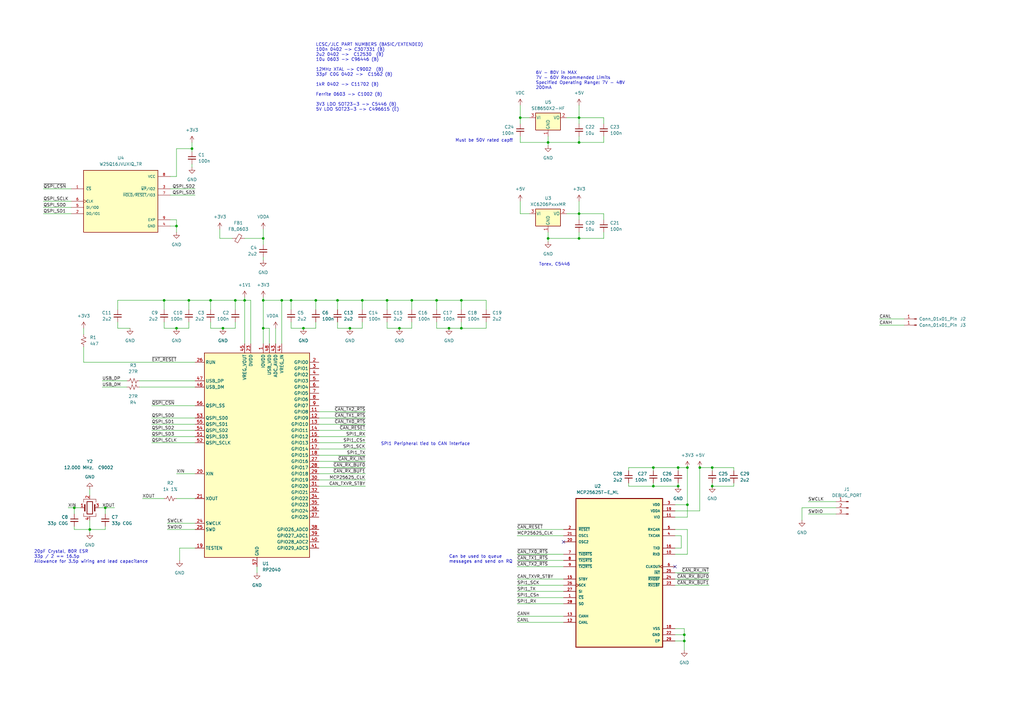
<source format=kicad_sch>
(kicad_sch (version 20230121) (generator eeschema)
  (paper "A3")
  (lib_symbols
    (symbol "Connector:Conn_01x01_Pin" (pin_names (offset 1.016) hide)
      (property "Reference" "J" (at 0 2.54 0))
      (property "Value" "Conn_01x01_Pin" (at 0 -2.54 0))
      (symbol "Conn_01x01_Pin_1_1"
        (polyline (pts (xy 1.27 0) (xy 0.8636 0)) (stroke (width 0.1524)))
        (rectangle (start 0.8636 0.127) (end 0 -0.127) (stroke (width 0.1524)) (fill (type outline)))
        (pin passive line (at 5.08 0 180) (length 3.81) (name "Pin_1") (number "1"))
      )
    )
    (symbol "Connector:Conn_01x03_Pin" (pin_names (offset 1.016) hide)
      (property "Reference" "J" (at 0 5.08 0))
      (property "Value" "Conn_01x03_Pin" (at 0 -5.08 0))
      (symbol "Conn_01x03_Pin_1_1"
        (polyline (pts (xy 1.27 -2.54) (xy 0.8636 -2.54)) (stroke (width 0.1524)))
        (polyline (pts (xy 1.27 0) (xy 0.8636 0)) (stroke (width 0.1524)))
        (polyline (pts (xy 1.27 2.54) (xy 0.8636 2.54)) (stroke (width 0.1524)))
        (rectangle (start 0.8636 -2.413) (end 0 -2.667) (stroke (width 0.1524)) (fill (type outline)))
        (rectangle (start 0.8636 0.127) (end 0 -0.127) (stroke (width 0.1524)) (fill (type outline)))
        (rectangle (start 0.8636 2.667) (end 0 2.413) (stroke (width 0.1524)) (fill (type outline)))
        (pin passive line (at 5.08 2.54 180) (length 3.81) (name "Pin_1") (number "1"))
        (pin passive line (at 5.08 0 180) (length 3.81) (name "Pin_2") (number "2"))
        (pin passive line (at 5.08 -2.54 180) (length 3.81) (name "Pin_3") (number "3"))
      )
    )
    (symbol "Device:C_Small" (pin_numbers hide) (pin_names (offset 0.254) hide)
      (property "Reference" "C" (at 0.254 1.778 0))
      (property "Value" "C_Small" (at 0.254 -2.032 0))
      (symbol "C_Small_0_1"
        (polyline (pts (xy -1.524 -0.508) (xy 1.524 -0.508)) (stroke (width 0.3302)))
        (polyline (pts (xy -1.524 0.508) (xy 1.524 0.508)) (stroke (width 0.3048)))
      )
      (symbol "C_Small_1_1"
        (pin passive line (at 0 2.54 270) (length 2.032) (name "~") (number "1"))
        (pin passive line (at 0 -2.54 90) (length 2.032) (name "~") (number "2"))
      )
    )
    (symbol "Device:Crystal_GND24" (pin_names (offset 1.016) hide)
      (property "Reference" "Y" (at 3.175 5.08 0))
      (property "Value" "Crystal_GND24" (at 3.175 3.175 0))
      (symbol "Crystal_GND24_0_1"
        (rectangle (start -1.143 2.54) (end 1.143 -2.54) (stroke (width 0.3048)))
        (polyline (pts (xy -2.54 0) (xy -2.032 0)))
        (polyline (pts (xy -2.032 -1.27) (xy -2.032 1.27)) (stroke (width 0.508)))
        (polyline (pts (xy 0 -3.81) (xy 0 -3.556)))
        (polyline (pts (xy 0 3.556) (xy 0 3.81)))
        (polyline (pts (xy 2.032 -1.27) (xy 2.032 1.27)) (stroke (width 0.508)))
        (polyline (pts (xy 2.032 0) (xy 2.54 0)))
        (polyline (pts (xy -2.54 -2.286) (xy -2.54 -3.556) (xy 2.54 -3.556) (xy 2.54 -2.286)))
        (polyline (pts (xy -2.54 2.286) (xy -2.54 3.556) (xy 2.54 3.556) (xy 2.54 2.286)))
      )
      (symbol "Crystal_GND24_1_1"
        (pin passive line (at -3.81 0 0) (length 1.27) (name "1") (number "1"))
        (pin passive line (at 0 5.08 270) (length 1.27) (name "2") (number "2"))
        (pin passive line (at 3.81 0 180) (length 1.27) (name "3") (number "3"))
        (pin passive line (at 0 -5.08 90) (length 1.27) (name "4") (number "4"))
      )
    )
    (symbol "Device:FerriteBead_Small" (pin_numbers hide) (pin_names (offset 0))
      (property "Reference" "FB" (at 1.905 1.27 0))
      (property "Value" "FerriteBead_Small" (at 1.905 -1.27 0))
      (symbol "FerriteBead_Small_0_1"
        (polyline (pts (xy 0 -1.27) (xy 0 -0.7874)))
        (polyline (pts (xy 0 0.889) (xy 0 1.2954)))
        (polyline (pts (xy -1.8288 0.2794) (xy -1.1176 1.4986) (xy 1.8288 -0.2032) (xy 1.1176 -1.4224) (xy -1.8288 0.2794)))
      )
      (symbol "FerriteBead_Small_1_1"
        (pin passive line (at 0 2.54 270) (length 1.27) (name "~") (number "1"))
        (pin passive line (at 0 -2.54 90) (length 1.27) (name "~") (number "2"))
      )
    )
    (symbol "Device:R_Small_US" (pin_numbers hide) (pin_names (offset 0.254) hide)
      (property "Reference" "R" (at 0.762 0.508 0))
      (property "Value" "R_Small_US" (at 0.762 -1.016 0))
      (symbol "R_Small_US_1_1"
        (polyline (pts (xy 0 0) (xy 1.016 -0.381) (xy 0 -0.762) (xy -1.016 -1.143) (xy 0 -1.524)))
        (polyline (pts (xy 0 1.524) (xy 1.016 1.143) (xy 0 0.762) (xy -1.016 0.381) (xy 0 0)))
        (pin passive line (at 0 2.54 270) (length 1.016) (name "~") (number "1"))
        (pin passive line (at 0 -2.54 90) (length 1.016) (name "~") (number "2"))
      )
    )
    (symbol "ICDB_Curly:MCP25625T-E_ML" (pin_names (offset 1.016))
      (property "Reference" "U" (at -17.8334 31.5744 0))
      (property "Value" "MCP25625T-E_ML" (at -17.8412 -34.5986 0))
      (symbol "MCP25625T-E_ML_0_0"
        (rectangle (start -17.78 -30.48) (end 17.78 30.48) (stroke (width 0.41)) (fill (type background)))
        (pin input line (at -22.86 -10.16 0) (length 5.08) (name "~{CS}") (number "1"))
        (pin output line (at 22.86 7.62 180) (length 5.08) (name "RXD") (number "10"))
        (pin power_in line (at 22.86 22.86 180) (length 5.08) (name "VIO") (number "11"))
        (pin bidirectional line (at -22.86 -20.32 0) (length 5.08) (name "CANL") (number "12"))
        (pin bidirectional line (at -22.86 -17.78 0) (length 5.08) (name "CANH") (number "13"))
        (pin input line (at -22.86 -2.54 0) (length 5.08) (name "STBY") (number "15"))
        (pin input line (at 22.86 10.16 180) (length 5.08) (name "TXD") (number "16"))
        (pin power_in line (at 22.86 -22.86 180) (length 5.08) (name "VSS") (number "18"))
        (pin power_in line (at 22.86 25.4 180) (length 5.08) (name "VDDA") (number "19"))
        (pin input line (at -22.86 17.78 0) (length 5.08) (name "~{RESET}") (number "2"))
        (pin output line (at -22.86 12.7 0) (length 5.08) (name "OSC2") (number "20"))
        (pin input line (at -22.86 15.24 0) (length 5.08) (name "OSC1") (number "21"))
        (pin power_in line (at 22.86 -25.4 180) (length 5.08) (name "GND") (number "22"))
        (pin output line (at 22.86 -5.08 180) (length 5.08) (name "~{RX1BF}") (number "23"))
        (pin output line (at 22.86 -2.54 180) (length 5.08) (name "~{RX0BF}") (number "24"))
        (pin output line (at 22.86 0 180) (length 5.08) (name "~{INT}") (number "25"))
        (pin input clock (at -22.86 -5.08 0) (length 5.08) (name "SCK") (number "26"))
        (pin input line (at -22.86 -7.62 0) (length 5.08) (name "SI") (number "27"))
        (pin output line (at -22.86 -12.7 0) (length 5.08) (name "SO") (number "28"))
        (pin power_in line (at 22.86 -27.94 180) (length 5.08) (name "EP") (number "29"))
        (pin power_in line (at 22.86 27.94 180) (length 5.08) (name "VDD") (number "3"))
        (pin output line (at 22.86 15.24 180) (length 5.08) (name "TXCAN") (number "4"))
        (pin input line (at 22.86 17.78 180) (length 5.08) (name "RXCAN") (number "5"))
        (pin output clock (at 22.86 2.54 180) (length 5.08) (name "CLKOUT") (number "6"))
        (pin input line (at -22.86 7.62 0) (length 5.08) (name "~{TX0RTS}") (number "7"))
        (pin input line (at -22.86 5.08 0) (length 5.08) (name "~{TX1RTS}") (number "8"))
        (pin input line (at -22.86 2.54 0) (length 5.08) (name "~{TX2RTS}") (number "9"))
      )
    )
    (symbol "MCU_RaspberryPi:RP2040"
      (property "Reference" "U" (at 17.78 45.72 0))
      (property "Value" "RP2040" (at 17.78 43.18 0))
      (symbol "RP2040_0_1"
        (rectangle (start -21.59 41.91) (end 21.59 -41.91) (stroke (width 0.254)) (fill (type background)))
      )
      (symbol "RP2040_1_1"
        (pin power_in line (at 2.54 45.72 270) (length 3.81) (name "IOVDD") (number "1"))
        (pin passive line (at 2.54 45.72 270) (length 3.81) hide (name "IOVDD") (number "10"))
        (pin bidirectional line (at 25.4 17.78 180) (length 3.81) (name "GPIO8") (number "11"))
        (pin bidirectional line (at 25.4 15.24 180) (length 3.81) (name "GPIO9") (number "12"))
        (pin bidirectional line (at 25.4 12.7 180) (length 3.81) (name "GPIO10") (number "13"))
        (pin bidirectional line (at 25.4 10.16 180) (length 3.81) (name "GPIO11") (number "14"))
        (pin bidirectional line (at 25.4 7.62 180) (length 3.81) (name "GPIO12") (number "15"))
        (pin bidirectional line (at 25.4 5.08 180) (length 3.81) (name "GPIO13") (number "16"))
        (pin bidirectional line (at 25.4 2.54 180) (length 3.81) (name "GPIO14") (number "17"))
        (pin bidirectional line (at 25.4 0 180) (length 3.81) (name "GPIO15") (number "18"))
        (pin input line (at -25.4 -38.1 0) (length 3.81) (name "TESTEN") (number "19"))
        (pin bidirectional line (at 25.4 38.1 180) (length 3.81) (name "GPIO0") (number "2"))
        (pin input line (at -25.4 -7.62 0) (length 3.81) (name "XIN") (number "20"))
        (pin passive line (at -25.4 -17.78 0) (length 3.81) (name "XOUT") (number "21"))
        (pin passive line (at 2.54 45.72 270) (length 3.81) hide (name "IOVDD") (number "22"))
        (pin power_in line (at -2.54 45.72 270) (length 3.81) (name "DVDD") (number "23"))
        (pin input line (at -25.4 -27.94 0) (length 3.81) (name "SWCLK") (number "24"))
        (pin bidirectional line (at -25.4 -30.48 0) (length 3.81) (name "SWD") (number "25"))
        (pin input line (at -25.4 38.1 0) (length 3.81) (name "RUN") (number "26"))
        (pin bidirectional line (at 25.4 -2.54 180) (length 3.81) (name "GPIO16") (number "27"))
        (pin bidirectional line (at 25.4 -5.08 180) (length 3.81) (name "GPIO17") (number "28"))
        (pin bidirectional line (at 25.4 -7.62 180) (length 3.81) (name "GPIO18") (number "29"))
        (pin bidirectional line (at 25.4 35.56 180) (length 3.81) (name "GPIO1") (number "3"))
        (pin bidirectional line (at 25.4 -10.16 180) (length 3.81) (name "GPIO19") (number "30"))
        (pin bidirectional line (at 25.4 -12.7 180) (length 3.81) (name "GPIO20") (number "31"))
        (pin bidirectional line (at 25.4 -15.24 180) (length 3.81) (name "GPIO21") (number "32"))
        (pin passive line (at 2.54 45.72 270) (length 3.81) hide (name "IOVDD") (number "33"))
        (pin bidirectional line (at 25.4 -17.78 180) (length 3.81) (name "GPIO22") (number "34"))
        (pin bidirectional line (at 25.4 -20.32 180) (length 3.81) (name "GPIO23") (number "35"))
        (pin bidirectional line (at 25.4 -22.86 180) (length 3.81) (name "GPIO24") (number "36"))
        (pin bidirectional line (at 25.4 -25.4 180) (length 3.81) (name "GPIO25") (number "37"))
        (pin bidirectional line (at 25.4 -30.48 180) (length 3.81) (name "GPIO26_ADC0") (number "38"))
        (pin bidirectional line (at 25.4 -33.02 180) (length 3.81) (name "GPIO27_ADC1") (number "39"))
        (pin bidirectional line (at 25.4 33.02 180) (length 3.81) (name "GPIO2") (number "4"))
        (pin bidirectional line (at 25.4 -35.56 180) (length 3.81) (name "GPIO28_ADC2") (number "40"))
        (pin bidirectional line (at 25.4 -38.1 180) (length 3.81) (name "GPIO29_ADC3") (number "41"))
        (pin passive line (at 2.54 45.72 270) (length 3.81) hide (name "IOVDD") (number "42"))
        (pin power_in line (at 7.62 45.72 270) (length 3.81) (name "ADC_AVDD") (number "43"))
        (pin power_in line (at 10.16 45.72 270) (length 3.81) (name "VREG_IN") (number "44"))
        (pin power_out line (at -5.08 45.72 270) (length 3.81) (name "VREG_VOUT") (number "45"))
        (pin bidirectional line (at -25.4 27.94 0) (length 3.81) (name "USB_DM") (number "46"))
        (pin bidirectional line (at -25.4 30.48 0) (length 3.81) (name "USB_DP") (number "47"))
        (pin power_in line (at 5.08 45.72 270) (length 3.81) (name "USB_VDD") (number "48"))
        (pin passive line (at 2.54 45.72 270) (length 3.81) hide (name "IOVDD") (number "49"))
        (pin bidirectional line (at 25.4 30.48 180) (length 3.81) (name "GPIO3") (number "5"))
        (pin passive line (at -2.54 45.72 270) (length 3.81) hide (name "DVDD") (number "50"))
        (pin bidirectional line (at -25.4 7.62 0) (length 3.81) (name "QSPI_SD3") (number "51"))
        (pin output line (at -25.4 5.08 0) (length 3.81) (name "QSPI_SCLK") (number "52"))
        (pin bidirectional line (at -25.4 15.24 0) (length 3.81) (name "QSPI_SD0") (number "53"))
        (pin bidirectional line (at -25.4 10.16 0) (length 3.81) (name "QSPI_SD2") (number "54"))
        (pin bidirectional line (at -25.4 12.7 0) (length 3.81) (name "QSPI_SD1") (number "55"))
        (pin bidirectional line (at -25.4 20.32 0) (length 3.81) (name "QSPI_SS") (number "56"))
        (pin power_in line (at 0 -45.72 90) (length 3.81) (name "GND") (number "57"))
        (pin bidirectional line (at 25.4 27.94 180) (length 3.81) (name "GPIO4") (number "6"))
        (pin bidirectional line (at 25.4 25.4 180) (length 3.81) (name "GPIO5") (number "7"))
        (pin bidirectional line (at 25.4 22.86 180) (length 3.81) (name "GPIO6") (number "8"))
        (pin bidirectional line (at 25.4 20.32 180) (length 3.81) (name "GPIO7") (number "9"))
      )
    )
    (symbol "Regulator_Linear:XC6206PxxxMR" (pin_names (offset 0.254))
      (property "Reference" "U" (at -3.81 3.175 0))
      (property "Value" "XC6206PxxxMR" (at 0 3.175 0))
      (symbol "XC6206PxxxMR_0_1"
        (rectangle (start -5.08 1.905) (end 5.08 -5.08) (stroke (width 0.254)) (fill (type background)))
      )
      (symbol "XC6206PxxxMR_1_1"
        (pin power_in line (at 0 -7.62 90) (length 2.54) (name "GND") (number "1"))
        (pin power_out line (at 7.62 0 180) (length 2.54) (name "VO") (number "2"))
        (pin power_in line (at -7.62 0 0) (length 2.54) (name "VI") (number "3"))
      )
    )
    (symbol "W25Q16JVUXIQ_TR_1" (pin_names (offset 1.016))
      (property "Reference" "U" (at -15.24 15.24 0))
      (property "Value" "W25Q16JVUXIQ_TR" (at -15.24 -15.24 0))
      (symbol "W25Q16JVUXIQ_TR_1_0_0"
        (rectangle (start -15.24 -12.7) (end 15.24 12.7) (stroke (width 0.254)) (fill (type background)))
        (pin input line (at -20.32 5.08 0) (length 5.08) (name "~{CS}") (number "1"))
        (pin bidirectional line (at -20.32 -5.08 0) (length 5.08) (name "DO/IO1") (number "2"))
        (pin bidirectional line (at 20.32 5.08 180) (length 5.08) (name "~{WP}/IO2") (number "3"))
        (pin power_in line (at 20.32 -10.16 180) (length 5.08) (name "GND") (number "4"))
        (pin bidirectional line (at -20.32 -2.54 0) (length 5.08) (name "DI/IO0") (number "5"))
        (pin input clock (at -20.32 0 0) (length 5.08) (name "CLK") (number "6"))
        (pin bidirectional line (at 20.32 2.54 180) (length 5.08) (name "~{HOLD}/~{RESET}/IO3") (number "7"))
        (pin power_in line (at 20.32 10.16 180) (length 5.08) (name "VCC") (number "8"))
        (pin passive line (at 20.32 -7.62 180) (length 5.08) (name "EXP") (number "9"))
      )
    )
    (symbol "power:+1V1" (power) (pin_names (offset 0))
      (property "Value" "+1V1" (at 0 3.556 0))
      (symbol "+1V1_0_1"
        (polyline (pts (xy -0.762 1.27) (xy 0 2.54)))
        (polyline (pts (xy 0 0) (xy 0 2.54)))
        (polyline (pts (xy 0 2.54) (xy 0.762 1.27)))
      )
      (symbol "+1V1_1_1"
        (pin power_in line (at 0 0 90) (length 0) hide (name "+1V1") (number "1"))
      )
    )
    (symbol "power:+3V3" (power) (pin_names (offset 0))
      (property "Value" "+3V3" (at 0 3.556 0))
      (symbol "+3V3_0_1"
        (polyline (pts (xy -0.762 1.27) (xy 0 2.54)))
        (polyline (pts (xy 0 0) (xy 0 2.54)))
        (polyline (pts (xy 0 2.54) (xy 0.762 1.27)))
      )
      (symbol "+3V3_1_1"
        (pin power_in line (at 0 0 90) (length 0) hide (name "+3V3") (number "1"))
      )
    )
    (symbol "power:+5V" (power) (pin_names (offset 0))
      (property "Value" "+5V" (at 0 3.556 0))
      (symbol "+5V_0_1"
        (polyline (pts (xy -0.762 1.27) (xy 0 2.54)))
        (polyline (pts (xy 0 0) (xy 0 2.54)))
        (polyline (pts (xy 0 2.54) (xy 0.762 1.27)))
      )
      (symbol "+5V_1_1"
        (pin power_in line (at 0 0 90) (length 0) hide (name "+5V") (number "1"))
      )
    )
    (symbol "power:GND" (power) (pin_names (offset 0))
      (property "Value" "GND" (at 0 -3.81 0))
      (symbol "GND_0_1"
        (polyline (pts (xy 0 0) (xy 0 -1.27) (xy 1.27 -1.27) (xy 0 -2.54) (xy -1.27 -1.27) (xy 0 -1.27)))
      )
      (symbol "GND_1_1"
        (pin power_in line (at 0 0 270) (length 0) hide (name "GND") (number "1"))
      )
    )
    (symbol "power:VDC" (power) (pin_names (offset 0))
      (property "Value" "VDC" (at 0 6.35 0))
      (symbol "VDC_0_1"
        (polyline (pts (xy -0.762 1.27) (xy 0 2.54)))
        (polyline (pts (xy 0 0) (xy 0 2.54)))
        (polyline (pts (xy 0 2.54) (xy 0.762 1.27)))
      )
      (symbol "VDC_1_1"
        (pin power_in line (at 0 0 90) (length 0) hide (name "VDC") (number "1"))
      )
    )
    (symbol "power:VDDA" (power) (pin_names (offset 0))
      (property "Value" "VDDA" (at 0 3.81 0))
      (symbol "VDDA_0_1"
        (polyline (pts (xy -0.762 1.27) (xy 0 2.54)))
        (polyline (pts (xy 0 0) (xy 0 2.54)))
        (polyline (pts (xy 0 2.54) (xy 0.762 1.27)))
      )
      (symbol "VDDA_1_1"
        (pin power_in line (at 0 0 90) (length 0) hide (name "VDDA") (number "1"))
      )
    )
  )
  (junction (at 281.94 191.77))
  (junction (at 107.95 134.62))
  (junction (at 237.49 48.26))
  (junction (at 77.47 123.19))
  (junction (at 91.44 134.62))
  (junction (at 36.83 217.17))
  (junction (at 96.52 123.19))
  (junction (at 267.97 191.77))
  (junction (at 163.83 134.62))
  (junction (at 138.43 123.19))
  (junction (at 189.23 134.62))
  (junction (at 213.36 48.26))
  (junction (at 158.75 123.19))
  (junction (at 280.67 260.35))
  (junction (at 148.59 123.19))
  (junction (at 237.49 87.63))
  (junction (at 237.49 58.42))
  (junction (at 267.97 199.39))
  (junction (at 184.15 134.62))
  (junction (at 168.91 123.19))
  (junction (at 237.49 97.79))
  (junction (at 30.48 208.28))
  (junction (at 129.54 123.19))
  (junction (at 224.79 58.42))
  (junction (at 189.23 123.19))
  (junction (at 115.57 123.19))
  (junction (at 43.18 208.28))
  (junction (at 119.38 123.19))
  (junction (at 67.31 123.19))
  (junction (at 124.46 134.62))
  (junction (at 287.02 191.77))
  (junction (at 107.95 97.79))
  (junction (at 72.39 92.71))
  (junction (at 100.33 123.19))
  (junction (at 86.36 123.19))
  (junction (at 292.1 191.77))
  (junction (at 281.94 207.01))
  (junction (at 107.95 123.19))
  (junction (at 292.1 199.39))
  (junction (at 280.67 262.89))
  (junction (at 179.07 123.19))
  (junction (at 78.74 60.96))
  (junction (at 72.39 134.62))
  (junction (at 143.51 134.62))
  (junction (at 224.79 97.79))
  (junction (at 278.13 191.77))
  (junction (at 278.13 199.39))
  (no_connect (at 276.86 232.41))
  (no_connect (at 231.14 222.25))
  (wire (pts (xy 72.39 95.25) (xy 72.39 92.71)))
  (wire (pts (xy 96.52 123.19) (xy 100.33 123.19)))
  (wire (pts (xy 300.99 199.39) (xy 292.1 199.39)))
  (wire (pts (xy 247.65 58.42) (xy 247.65 55.88)))
  (wire (pts (xy 237.49 48.26) (xy 237.49 50.8)))
  (wire (pts (xy 184.15 134.62) (xy 189.23 134.62)))
  (wire (pts (xy 143.51 134.62) (xy 148.59 134.62)))
  (wire (pts (xy 360.68 133.35) (xy 370.84 133.35)))
  (wire (pts (xy 237.49 87.63) (xy 232.41 87.63)))
  (wire (pts (xy 267.97 191.77) (xy 278.13 191.77)))
  (wire (pts (xy 360.68 130.81) (xy 370.84 130.81)))
  (wire (pts (xy 287.02 191.77) (xy 287.02 209.55)))
  (wire (pts (xy 231.14 247.65) (xy 212.09 247.65)))
  (wire (pts (xy 276.86 227.33) (xy 281.94 227.33)))
  (wire (pts (xy 73.66 229.87) (xy 73.66 224.79)))
  (wire (pts (xy 292.1 193.04) (xy 292.1 191.77)))
  (wire (pts (xy 105.41 232.41) (xy 105.41 234.95)))
  (wire (pts (xy 72.39 92.71) (xy 72.39 90.17)))
  (wire (pts (xy 237.49 87.63) (xy 237.49 90.17)))
  (wire (pts (xy 276.86 260.35) (xy 280.67 260.35)))
  (wire (pts (xy 212.09 232.41) (xy 231.14 232.41)))
  (wire (pts (xy 72.39 134.62) (xy 67.31 134.62)))
  (wire (pts (xy 213.36 82.55) (xy 213.36 87.63)))
  (wire (pts (xy 224.79 97.79) (xy 224.79 99.06)))
  (wire (pts (xy 281.94 212.09) (xy 281.94 207.01)))
  (wire (pts (xy 212.09 252.73) (xy 231.14 252.73)))
  (wire (pts (xy 267.97 193.04) (xy 267.97 191.77)))
  (wire (pts (xy 189.23 134.62) (xy 199.39 134.62)))
  (wire (pts (xy 115.57 140.97) (xy 115.57 123.19)))
  (wire (pts (xy 57.15 156.21) (xy 80.01 156.21)))
  (wire (pts (xy 212.09 229.87) (xy 231.14 229.87)))
  (wire (pts (xy 231.14 240.03) (xy 212.09 240.03)))
  (wire (pts (xy 237.49 97.79) (xy 224.79 97.79)))
  (wire (pts (xy 213.36 87.63) (xy 217.17 87.63)))
  (wire (pts (xy 100.33 123.19) (xy 100.33 140.97)))
  (wire (pts (xy 237.49 95.25) (xy 237.49 97.79)))
  (wire (pts (xy 90.17 93.98) (xy 90.17 97.79)))
  (wire (pts (xy 100.33 121.92) (xy 100.33 123.19)))
  (wire (pts (xy 72.39 204.47) (xy 80.01 204.47)))
  (wire (pts (xy 43.18 208.28) (xy 46.99 208.28)))
  (wire (pts (xy 189.23 134.62) (xy 189.23 132.08)))
  (wire (pts (xy 247.65 48.26) (xy 237.49 48.26)))
  (wire (pts (xy 179.07 134.62) (xy 179.07 132.08)))
  (wire (pts (xy 48.26 123.19) (xy 48.26 127)))
  (wire (pts (xy 331.47 210.82) (xy 342.9 210.82)))
  (wire (pts (xy 138.43 123.19) (xy 148.59 123.19)))
  (wire (pts (xy 67.31 123.19) (xy 77.47 123.19)))
  (wire (pts (xy 34.29 142.24) (xy 34.29 148.59)))
  (wire (pts (xy 148.59 127) (xy 148.59 123.19)))
  (wire (pts (xy 53.34 134.62) (xy 48.26 134.62)))
  (wire (pts (xy 72.39 90.17) (xy 69.85 90.17)))
  (wire (pts (xy 257.81 193.04) (xy 257.81 191.77)))
  (wire (pts (xy 119.38 127) (xy 119.38 123.19)))
  (wire (pts (xy 100.33 123.19) (xy 102.87 123.19)))
  (wire (pts (xy 231.14 245.11) (xy 212.09 245.11)))
  (wire (pts (xy 17.78 85.09) (xy 29.21 85.09)))
  (wire (pts (xy 107.95 97.79) (xy 100.33 97.79)))
  (wire (pts (xy 212.09 219.71) (xy 231.14 219.71)))
  (wire (pts (xy 91.44 134.62) (xy 86.36 134.62)))
  (wire (pts (xy 77.47 132.08) (xy 77.47 134.62)))
  (wire (pts (xy 247.65 87.63) (xy 237.49 87.63)))
  (wire (pts (xy 130.81 189.23) (xy 149.86 189.23)))
  (wire (pts (xy 224.79 95.25) (xy 224.79 97.79)))
  (wire (pts (xy 17.78 82.55) (xy 29.21 82.55)))
  (wire (pts (xy 57.15 158.75) (xy 80.01 158.75)))
  (wire (pts (xy 278.13 191.77) (xy 281.94 191.77)))
  (wire (pts (xy 78.74 67.31) (xy 78.74 68.58)))
  (wire (pts (xy 331.47 205.74) (xy 342.9 205.74)))
  (wire (pts (xy 281.94 207.01) (xy 276.86 207.01)))
  (wire (pts (xy 130.81 173.99) (xy 149.86 173.99)))
  (wire (pts (xy 129.54 134.62) (xy 129.54 132.08)))
  (wire (pts (xy 257.81 199.39) (xy 267.97 199.39)))
  (wire (pts (xy 130.81 186.69) (xy 149.86 186.69)))
  (wire (pts (xy 72.39 194.31) (xy 80.01 194.31)))
  (wire (pts (xy 213.36 58.42) (xy 224.79 58.42)))
  (wire (pts (xy 67.31 132.08) (xy 67.31 134.62)))
  (wire (pts (xy 130.81 176.53) (xy 149.86 176.53)))
  (wire (pts (xy 179.07 123.19) (xy 168.91 123.19)))
  (wire (pts (xy 110.49 140.97) (xy 110.49 134.62)))
  (wire (pts (xy 130.81 194.31) (xy 149.86 194.31)))
  (wire (pts (xy 124.46 134.62) (xy 129.54 134.62)))
  (wire (pts (xy 72.39 60.96) (xy 78.74 60.96)))
  (wire (pts (xy 158.75 123.19) (xy 168.91 123.19)))
  (wire (pts (xy 287.02 209.55) (xy 276.86 209.55)))
  (wire (pts (xy 115.57 123.19) (xy 107.95 123.19)))
  (wire (pts (xy 130.81 181.61) (xy 149.86 181.61)))
  (wire (pts (xy 129.54 127) (xy 129.54 123.19)))
  (wire (pts (xy 30.48 208.28) (xy 33.02 208.28)))
  (wire (pts (xy 86.36 123.19) (xy 86.36 127)))
  (wire (pts (xy 276.86 212.09) (xy 281.94 212.09)))
  (wire (pts (xy 224.79 58.42) (xy 237.49 58.42)))
  (wire (pts (xy 237.49 82.55) (xy 237.49 87.63)))
  (wire (pts (xy 43.18 217.17) (xy 43.18 215.9)))
  (wire (pts (xy 30.48 210.82) (xy 30.48 208.28)))
  (wire (pts (xy 96.52 132.08) (xy 96.52 134.62)))
  (wire (pts (xy 163.83 134.62) (xy 168.91 134.62)))
  (wire (pts (xy 189.23 127) (xy 189.23 123.19)))
  (wire (pts (xy 292.1 198.12) (xy 292.1 199.39)))
  (wire (pts (xy 237.49 55.88) (xy 237.49 58.42)))
  (wire (pts (xy 119.38 123.19) (xy 129.54 123.19)))
  (wire (pts (xy 36.83 217.17) (xy 43.18 217.17)))
  (wire (pts (xy 276.86 240.03) (xy 290.83 240.03)))
  (wire (pts (xy 40.64 208.28) (xy 43.18 208.28)))
  (wire (pts (xy 257.81 191.77) (xy 267.97 191.77)))
  (wire (pts (xy 77.47 123.19) (xy 77.47 127)))
  (wire (pts (xy 69.85 77.47) (xy 80.01 77.47)))
  (wire (pts (xy 158.75 134.62) (xy 163.83 134.62)))
  (wire (pts (xy 48.26 132.08) (xy 48.26 134.62)))
  (wire (pts (xy 168.91 127) (xy 168.91 123.19)))
  (wire (pts (xy 78.74 60.96) (xy 78.74 62.23)))
  (wire (pts (xy 69.85 80.01) (xy 80.01 80.01)))
  (wire (pts (xy 69.85 72.39) (xy 72.39 72.39)))
  (wire (pts (xy 119.38 123.19) (xy 115.57 123.19)))
  (wire (pts (xy 36.83 213.36) (xy 36.83 217.17)))
  (wire (pts (xy 247.65 97.79) (xy 247.65 95.25)))
  (wire (pts (xy 72.39 134.62) (xy 77.47 134.62)))
  (wire (pts (xy 158.75 132.08) (xy 158.75 134.62)))
  (wire (pts (xy 130.81 196.85) (xy 149.86 196.85)))
  (wire (pts (xy 91.44 134.62) (xy 96.52 134.62)))
  (wire (pts (xy 107.95 105.41) (xy 107.95 106.68)))
  (wire (pts (xy 280.67 260.35) (xy 280.67 257.81)))
  (wire (pts (xy 129.54 123.19) (xy 138.43 123.19)))
  (wire (pts (xy 58.42 204.47) (xy 67.31 204.47)))
  (wire (pts (xy 280.67 262.89) (xy 276.86 262.89)))
  (wire (pts (xy 36.83 217.17) (xy 30.48 217.17)))
  (wire (pts (xy 184.15 134.62) (xy 179.07 134.62)))
  (wire (pts (xy 189.23 123.19) (xy 179.07 123.19)))
  (wire (pts (xy 119.38 134.62) (xy 124.46 134.62)))
  (wire (pts (xy 247.65 90.17) (xy 247.65 87.63)))
  (wire (pts (xy 96.52 123.19) (xy 96.52 127)))
  (wire (pts (xy 158.75 127) (xy 158.75 123.19)))
  (wire (pts (xy 281.94 217.17) (xy 276.86 217.17)))
  (wire (pts (xy 300.99 198.12) (xy 300.99 199.39)))
  (wire (pts (xy 276.86 237.49) (xy 290.83 237.49)))
  (wire (pts (xy 130.81 191.77) (xy 149.86 191.77)))
  (wire (pts (xy 68.58 214.63) (xy 80.01 214.63)))
  (wire (pts (xy 224.79 58.42) (xy 224.79 59.69)))
  (wire (pts (xy 107.95 134.62) (xy 107.95 140.97)))
  (wire (pts (xy 276.86 219.71) (xy 279.4 219.71)))
  (wire (pts (xy 224.79 55.88) (xy 224.79 58.42)))
  (wire (pts (xy 199.39 134.62) (xy 199.39 132.08)))
  (wire (pts (xy 232.41 48.26) (xy 237.49 48.26)))
  (wire (pts (xy 77.47 123.19) (xy 86.36 123.19)))
  (wire (pts (xy 107.95 93.98) (xy 107.95 97.79)))
  (wire (pts (xy 179.07 123.19) (xy 179.07 127)))
  (wire (pts (xy 30.48 217.17) (xy 30.48 215.9)))
  (wire (pts (xy 68.58 217.17) (xy 80.01 217.17)))
  (wire (pts (xy 107.95 121.92) (xy 107.95 123.19)))
  (wire (pts (xy 292.1 191.77) (xy 287.02 191.77)))
  (wire (pts (xy 72.39 92.71) (xy 69.85 92.71)))
  (wire (pts (xy 62.23 179.07) (xy 80.01 179.07)))
  (wire (pts (xy 213.36 43.18) (xy 213.36 48.26)))
  (wire (pts (xy 107.95 100.33) (xy 107.95 97.79)))
  (wire (pts (xy 237.49 43.18) (xy 237.49 48.26)))
  (wire (pts (xy 138.43 127) (xy 138.43 123.19)))
  (wire (pts (xy 110.49 134.62) (xy 107.95 134.62)))
  (wire (pts (xy 130.81 199.39) (xy 149.86 199.39)))
  (wire (pts (xy 300.99 193.04) (xy 300.99 191.77)))
  (wire (pts (xy 130.81 171.45) (xy 149.86 171.45)))
  (wire (pts (xy 212.09 217.17) (xy 231.14 217.17)))
  (wire (pts (xy 17.78 87.63) (xy 29.21 87.63)))
  (wire (pts (xy 280.67 260.35) (xy 280.67 262.89)))
  (wire (pts (xy 199.39 127) (xy 199.39 123.19)))
  (wire (pts (xy 138.43 134.62) (xy 143.51 134.62)))
  (wire (pts (xy 130.81 179.07) (xy 149.86 179.07)))
  (wire (pts (xy 62.23 166.37) (xy 80.01 166.37)))
  (wire (pts (xy 43.18 208.28) (xy 43.18 210.82)))
  (wire (pts (xy 328.93 208.28) (xy 342.9 208.28)))
  (wire (pts (xy 278.13 198.12) (xy 278.13 199.39)))
  (wire (pts (xy 267.97 199.39) (xy 278.13 199.39)))
  (wire (pts (xy 27.94 208.28) (xy 30.48 208.28)))
  (wire (pts (xy 168.91 134.62) (xy 168.91 132.08)))
  (wire (pts (xy 237.49 58.42) (xy 247.65 58.42)))
  (wire (pts (xy 107.95 123.19) (xy 107.95 134.62)))
  (wire (pts (xy 138.43 132.08) (xy 138.43 134.62)))
  (wire (pts (xy 73.66 224.79) (xy 80.01 224.79)))
  (wire (pts (xy 102.87 123.19) (xy 102.87 140.97)))
  (wire (pts (xy 212.09 255.27) (xy 231.14 255.27)))
  (wire (pts (xy 41.91 156.21) (xy 52.07 156.21)))
  (wire (pts (xy 267.97 198.12) (xy 267.97 199.39)))
  (wire (pts (xy 276.86 224.79) (xy 279.4 224.79)))
  (wire (pts (xy 213.36 55.88) (xy 213.36 58.42)))
  (wire (pts (xy 34.29 134.62) (xy 34.29 137.16)))
  (wire (pts (xy 86.36 132.08) (xy 86.36 134.62)))
  (wire (pts (xy 48.26 123.19) (xy 67.31 123.19)))
  (wire (pts (xy 300.99 191.77) (xy 292.1 191.77)))
  (wire (pts (xy 34.29 148.59) (xy 80.01 148.59)))
  (wire (pts (xy 113.03 134.62) (xy 113.03 140.97)))
  (wire (pts (xy 62.23 171.45) (xy 80.01 171.45)))
  (wire (pts (xy 213.36 48.26) (xy 213.36 50.8)))
  (wire (pts (xy 280.67 257.81) (xy 276.86 257.81)))
  (wire (pts (xy 199.39 123.19) (xy 189.23 123.19)))
  (wire (pts (xy 213.36 48.26) (xy 217.17 48.26)))
  (wire (pts (xy 257.81 198.12) (xy 257.81 199.39)))
  (wire (pts (xy 41.91 158.75) (xy 52.07 158.75)))
  (wire (pts (xy 148.59 134.62) (xy 148.59 132.08)))
  (wire (pts (xy 36.83 200.66) (xy 36.83 203.2)))
  (wire (pts (xy 279.4 219.71) (xy 279.4 224.79)))
  (wire (pts (xy 67.31 123.19) (xy 67.31 127)))
  (wire (pts (xy 247.65 50.8) (xy 247.65 48.26)))
  (wire (pts (xy 62.23 176.53) (xy 80.01 176.53)))
  (wire (pts (xy 212.09 227.33) (xy 231.14 227.33)))
  (wire (pts (xy 62.23 181.61) (xy 80.01 181.61)))
  (wire (pts (xy 328.93 213.36) (xy 328.93 208.28)))
  (wire (pts (xy 62.23 173.99) (xy 80.01 173.99)))
  (wire (pts (xy 281.94 227.33) (xy 281.94 217.17)))
  (wire (pts (xy 276.86 234.95) (xy 290.83 234.95)))
  (wire (pts (xy 36.83 217.17) (xy 36.83 218.44)))
  (wire (pts (xy 280.67 266.7) (xy 280.67 262.89)))
  (wire (pts (xy 278.13 193.04) (xy 278.13 191.77)))
  (wire (pts (xy 231.14 242.57) (xy 212.09 242.57)))
  (wire (pts (xy 212.09 237.49) (xy 231.14 237.49)))
  (wire (pts (xy 86.36 123.19) (xy 96.52 123.19)))
  (wire (pts (xy 78.74 58.42) (xy 78.74 60.96)))
  (wire (pts (xy 237.49 97.79) (xy 247.65 97.79)))
  (wire (pts (xy 130.81 184.15) (xy 149.86 184.15)))
  (wire (pts (xy 130.81 168.91) (xy 149.86 168.91)))
  (wire (pts (xy 119.38 132.08) (xy 119.38 134.62)))
  (wire (pts (xy 72.39 60.96) (xy 72.39 72.39)))
  (wire (pts (xy 281.94 191.77) (xy 281.94 207.01)))
  (wire (pts (xy 148.59 123.19) (xy 158.75 123.19)))
  (wire (pts (xy 17.78 77.47) (xy 29.21 77.47)))
  (wire (pts (xy 90.17 97.79) (xy 95.25 97.79)))
  (text "Must be 50V rated cap!!" (at 186.69 58.42 0) (effects (font (size 1.27 1.27)) (justify left bottom)))
  (text "20pF Crystal, 80R ESR\n33p / 2 == 16.5p\nAllowance for 3.5p wiring and lead capacitance" (at 13.97 231.14 0) (effects (font (size 1.27 1.27)) (justify left bottom)))
  (text "Torex, C5446" (at 220.98 109.22 0) (effects (font (size 1.27 1.27)) (justify left bottom)))
  (text "SPI1 Peripheral tied to CAN interface" (at 156.21 182.88 0) (effects (font (size 1.27 1.27)) (justify left bottom)))
  (text "Can be used to queue \nmessages and send on RQ" (at 184.15 231.14 0) (effects (font (size 1.27 1.27)) (justify left bottom)))
  (text "LCSC/JLC PART NUMBERS (BASIC/EXTENDED)\n100n 0402 -> C307331 (B)\n2u2 0402 ->  C12530  (B)\n10u 0603 -> C96446 (B)\n\n12MHz XTAL -> C9002  (B)\n33pF C0G 0402 ->  C1562 (B)\n\n1kR 0402 -> C11702 (B)\n\nFerrite 0603 -> C1002 (B)\n\n3V3 LDO SOT23-3 -> C5446 (B)\n5V LDO SOT23-3 -> C496615 (E)" (at 129.54 45.72 0) (effects (font (size 1.27 1.27)) (justify left bottom)))
  (text "6V - 80V in MAX\n7V - 60V Recommended Limits\nSpecified Operating Range: 7V - 48V\n200mA" (at 219.71 36.83 0) (effects (font (size 1.27 1.27)) (justify left bottom)))
  (label "~{QSPI_CSN}" (at 62.23 166.37 0))
  (label "QSPI_SD3" (at 80.01 80.01 180))
  (label "SPI1_TX" (at 212.09 242.57 0))
  (label "~{CAN_RX_INT}" (at 290.83 234.95 180))
  (label "~{QSPI_CSN}" (at 17.78 77.47 0))
  (label "QSPI_SD2" (at 62.23 176.53 0))
  (label "SWDIO" (at 331.47 210.82 0))
  (label "XIN" (at 27.94 208.28 0))
  (label "MCP25625_CLK" (at 149.86 196.85 180))
  (label "QSPI_SD2" (at 80.01 77.47 180))
  (label "QSPI_SCLK" (at 17.78 82.55 0))
  (label "~{EXT_RESET}" (at 62.23 148.59 0))
  (label "SWCLK" (at 68.58 214.63 0))
  (label "~{CAN_RESET}" (at 212.09 217.17 0))
  (label "CANL" (at 360.68 130.81 0))
  (label "SWCLK" (at 331.47 205.74 0))
  (label "USB_DM" (at 41.91 158.75 0))
  (label "~{CAN_TX0_RTS}" (at 212.09 227.33 0))
  (label "XIN" (at 72.39 194.31 0))
  (label "~{CAN_RX_BUF1}" (at 149.86 194.31 180))
  (label "SPI1_CSn" (at 149.86 181.61 180))
  (label "SPI1_SCK" (at 149.86 184.15 180))
  (label "QSPI_SD0" (at 17.78 85.09 0))
  (label "~{CAN_RX_BUF0}" (at 290.83 237.49 180))
  (label "CANL" (at 212.09 255.27 0))
  (label "MCP25625_CLK" (at 212.09 219.71 0))
  (label "XOUT" (at 58.42 204.47 0))
  (label "~{CAN_TX2_RTS}" (at 149.86 168.91 180))
  (label "QSPI_SD0" (at 62.23 171.45 0))
  (label "SPI1_CSn" (at 212.09 245.11 0))
  (label "~{CAN_RX_BUF0}" (at 149.86 191.77 180))
  (label "~{CAN_TX2_RTS}" (at 212.09 232.41 0))
  (label "USB_DP" (at 41.91 156.21 0))
  (label "QSPI_SD1" (at 62.23 173.99 0))
  (label "SPI1_RX" (at 212.09 247.65 0))
  (label "CAN_TXVR_STBY" (at 212.09 237.49 0))
  (label "CAN_TXVR_STBY" (at 149.86 199.39 180))
  (label "SWDIO" (at 68.58 217.17 0))
  (label "~{CAN_RX_INT}" (at 149.86 189.23 180))
  (label "QSPI_SCLK" (at 62.23 181.61 0))
  (label "~{CAN_RESET}" (at 149.86 176.53 180))
  (label "SPI1_RX" (at 149.86 179.07 180))
  (label "SPI1_TX" (at 149.86 186.69 180))
  (label "SPI1_SCK" (at 212.09 240.03 0))
  (label "~{CAN_TX1_RTS}" (at 149.86 171.45 180))
  (label "CANH" (at 212.09 252.73 0))
  (label "XOUT" (at 46.99 208.28 180))
  (label "~{CAN_TX1_RTS}" (at 212.09 229.87 0))
  (label "~{CAN_TX0_RTS}" (at 149.86 173.99 180))
  (label "QSPI_SD3" (at 62.23 179.07 0))
  (label "QSPI_SD1" (at 17.78 87.63 0))
  (label "~{CAN_RX_BUF1}" (at 290.83 240.03 180))
  (label "CANH" (at 360.68 133.35 0))
  (symbol (lib_id "power:GND") (at 72.39 134.62 0) (unit 1)
    (property "Reference" "#PWR018" (effects hide))
    (property "Value" "GND" (at 72.39 139.7 0))
  )
  (symbol (lib_id "Device:C_Small") (at 30.48 213.36 0) (mirror y) (unit 1)
    (property "Reference" "C8" (at 27.94 212.0963 0) (effects (justify left)))
    (property "Value" "33p C0G" (at 27.94 214.6363 0) (effects (justify left)))
    (property "Footprint" "Capacitor_SMD:C_0402_1005Metric" (effects hide))
  )
  (symbol (lib_id "power:GND") (at 91.44 134.62 0) (unit 1)
    (property "Reference" "#PWR08" (effects hide))
    (property "Value" "GND" (at 91.44 139.7 0))
  )
  (symbol (lib_id "Device:R_Small_US") (at 69.85 204.47 90) (unit 1)
    (property "Reference" "R2" (at 69.85 198.12 90))
    (property "Value" "1k 1%" (at 69.85 200.66 90))
    (property "Footprint" "Resistor_SMD:R_0402_1005Metric" (effects hide))
  )
  (symbol (lib_id "power:VDDA") (at 107.95 93.98 0) (unit 1)
    (property "Reference" "#PWR013" (effects hide))
    (property "Value" "VDDA" (at 107.95 88.9 0))
  )
  (symbol (lib_id "Device:C_Small") (at 292.1 195.58 0) (unit 1)
    (property "Reference" "C25" (at 294.64 194.3163 0) (effects (justify left)))
    (property "Value" "100n" (at 294.64 196.8563 0) (effects (justify left)))
    (property "Footprint" "Capacitor_SMD:C_0402_1005Metric" (effects hide))
  )
  (symbol (lib_id "power:+3V3") (at 107.95 121.92 0) (unit 1)
    (property "Reference" "#PWR010" (effects hide))
    (property "Value" "+3V3" (at 107.95 116.84 0))
  )
  (symbol (lib_id "Device:Crystal_GND24") (at 36.83 208.28 0) (unit 1)
    (property "Reference" "Y2" (at 36.83 189.23 0))
    (property "Value" "12.000 MHz,  C9002 " (at 36.83 191.77 0))
    (property "Footprint" "Crystal:Crystal_SMD_3225-4Pin_3.2x2.5mm" (effects hide))
  )
  (symbol (lib_id "Regulator_Linear:XC6206PxxxMR") (at 224.79 87.63 0) (unit 1)
    (property "Reference" "U3" (at 224.79 81.28 0))
    (property "Value" "XC6206PxxxMR" (at 224.79 83.82 0))
    (property "Footprint" "Package_TO_SOT_SMD:SOT-23-3" (effects hide))
    (property "Datasheet" "https://www.torexsemi.com/file/xc6206/XC6206.pdf" (effects hide))
  )
  (symbol (lib_id "power:GND") (at 292.1 199.39 0) (unit 1)
    (property "Reference" "#PWR031" (effects hide))
    (property "Value" "GND" (at 292.1 204.47 0))
  )
  (symbol (lib_id "Connector:Conn_01x03_Pin") (at 347.98 208.28 0) (mirror y) (unit 1)
    (property "Reference" "J1" (at 347.345 200.66 0))
    (property "Value" "DEBUG_PORT" (at 347.345 203.2 0))
    (property "Footprint" "Connector_JST:JST_SH_BM03B-SRSS-TB_1x03-1MP_P1.00mm_Vertical" (effects hide))
  )
  (symbol (lib_id "Device:C_Small") (at 77.47 129.54 0) (mirror y) (unit 1)
    (property "Reference" "C10" (at 74.93 128.2763 0) (effects (justify left)))
    (property "Value" "100n" (at 74.93 130.8163 0) (effects (justify left)))
    (property "Footprint" "Capacitor_SMD:C_0402_1005Metric" (effects hide))
  )
  (symbol (lib_id "power:GND") (at 278.13 199.39 0) (unit 1)
    (property "Reference" "#PWR032" (effects hide))
    (property "Value" "GND" (at 278.13 204.47 0))
  )
  (symbol (lib_id "Device:FerriteBead_Small") (at 97.79 97.79 90) (unit 1)
    (property "Reference" "FB1" (at 97.7519 91.44 90))
    (property "Value" "FB_0603" (at 97.7519 93.98 90))
    (property "Footprint" "Inductor_SMD:L_0603_1608Metric" (effects hide))
  )
  (symbol (lib_id "Device:R_Small_US") (at 34.29 139.7 0) (unit 1)
    (property "Reference" "R1" (at 36.83 138.43 0) (effects (justify left)))
    (property "Value" "4k7" (at 36.83 140.97 0) (effects (justify left)))
    (property "Footprint" "Resistor_SMD:R_0402_1005Metric" (effects hide))
  )
  (symbol (lib_id "power:GND") (at 124.46 134.62 0) (unit 1)
    (property "Reference" "#PWR015" (effects hide))
    (property "Value" "GND" (at 124.46 139.7 0))
  )
  (symbol (lib_id "power:+1V1") (at 100.33 121.92 0) (unit 1)
    (property "Reference" "#PWR09" (effects hide))
    (property "Value" "+1V1" (at 100.33 116.84 0))
  )
  (symbol (lib_id "power:GND") (at 36.83 200.66 180) (unit 1)
    (property "Reference" "#PWR017" (effects hide))
    (property "Value" "GND" (at 36.83 195.58 0))
  )
  (symbol (lib_id "Device:C_Small") (at 179.07 129.54 0) (unit 1)
    (property "Reference" "C17" (at 181.61 128.2763 0) (effects (justify left)))
    (property "Value" "100n" (at 181.61 130.8163 0) (effects (justify left)))
    (property "Footprint" "Capacitor_SMD:C_0402_1005Metric" (effects hide))
  )
  (symbol (lib_id "power:VDDA") (at 113.03 134.62 0) (unit 1)
    (property "Reference" "#PWR014" (effects hide))
    (property "Value" "VDDA" (at 111.76 129.54 0))
  )
  (symbol (lib_id "Device:C_Small") (at 78.74 64.77 0) (unit 1)
    (property "Reference" "C1" (at 81.28 63.5063 0) (effects (justify left)))
    (property "Value" "100n" (at 81.28 66.0463 0) (effects (justify left)))
    (property "Footprint" "Capacitor_SMD:C_0402_1005Metric" (effects hide))
  )
  (symbol (lib_id "power:+5V") (at 213.36 82.55 0) (unit 1)
    (property "Reference" "#PWR024" (effects hide))
    (property "Value" "+5V" (at 213.36 77.47 0))
  )
  (symbol (lib_id "Device:C_Small") (at 67.31 129.54 0) (mirror y) (unit 1)
    (property "Reference" "C9" (at 64.77 128.2763 0) (effects (justify left)))
    (property "Value" "2u2" (at 64.77 130.8163 0) (effects (justify left)))
    (property "Footprint" "Capacitor_SMD:C_0402_1005Metric" (effects hide))
  )
  (symbol (lib_id "Device:C_Small") (at 247.65 92.71 0) (unit 1)
    (property "Reference" "C21" (at 250.19 91.4463 0) (effects (justify left)))
    (property "Value" "100n" (at 250.19 93.9863 0) (effects (justify left)))
    (property "Footprint" "Capacitor_SMD:C_0402_1005Metric" (effects hide))
  )
  (symbol (lib_id "Device:R_Small_US") (at 54.61 158.75 90) (mirror x) (unit 1)
    (property "Reference" "R4" (at 54.61 165.1 90))
    (property "Value" "27R" (at 54.61 162.56 90))
    (property "Footprint" "Resistor_SMD:R_0402_1005Metric" (effects hide))
  )
  (symbol (lib_id "Device:C_Small") (at 278.13 195.58 0) (mirror y) (unit 1)
    (property "Reference" "C26" (at 275.59 194.3163 0) (effects (justify left)))
    (property "Value" "100n" (at 275.59 196.8563 0) (effects (justify left)))
    (property "Footprint" "Capacitor_SMD:C_0402_1005Metric" (effects hide))
  )
  (symbol (lib_id "power:GND") (at 53.34 134.62 0) (unit 1)
    (property "Reference" "#PWR019" (effects hide))
    (property "Value" "GND" (at 53.34 139.7 0))
  )
  (symbol (lib_id "Device:C_Small") (at 237.49 92.71 0) (unit 1)
    (property "Reference" "C20" (at 240.03 91.4463 0) (effects (justify left)))
    (property "Value" "10u" (at 240.03 93.9863 0) (effects (justify left)))
    (property "Footprint" "Capacitor_SMD:C_0603_1608Metric" (effects hide))
  )
  (symbol (lib_id "Device:C_Small") (at 86.36 129.54 0) (mirror y) (unit 1)
    (property "Reference" "C3" (at 83.82 128.2763 0) (effects (justify left)))
    (property "Value" "2u2" (at 83.82 130.8163 0) (effects (justify left)))
    (property "Footprint" "Capacitor_SMD:C_0402_1005Metric" (effects hide))
  )
  (symbol (lib_id "Device:C_Small") (at 168.91 129.54 0) (unit 1)
    (property "Reference" "C16" (at 171.45 128.2763 0) (effects (justify left)))
    (property "Value" "100n" (at 171.45 130.8163 0) (effects (justify left)))
    (property "Footprint" "Capacitor_SMD:C_0402_1005Metric" (effects hide))
  )
  (symbol (lib_id "Device:C_Small") (at 43.18 213.36 0) (unit 1)
    (property "Reference" "C7" (at 45.72 212.0963 0) (effects (justify left)))
    (property "Value" "33p C0G" (at 45.72 214.6363 0) (effects (justify left)))
    (property "Footprint" "Capacitor_SMD:C_0402_1005Metric" (effects hide))
  )
  (symbol (lib_id "Device:C_Small") (at 138.43 129.54 0) (unit 1)
    (property "Reference" "C13" (at 140.97 128.2763 0) (effects (justify left)))
    (property "Value" "2u2" (at 140.97 130.8163 0) (effects (justify left)))
    (property "Footprint" "Capacitor_SMD:C_0402_1005Metric" (effects hide))
  )
  (symbol (lib_id "power:+5V") (at 237.49 43.18 0) (unit 1)
    (property "Reference" "#PWR026" (effects hide))
    (property "Value" "+5V" (at 237.49 38.1 0))
  )
  (symbol (lib_id "power:+3V3") (at 78.74 58.42 0) (unit 1)
    (property "Reference" "#PWR06" (effects hide))
    (property "Value" "+3V3" (at 78.74 53.34 0))
  )
  (symbol (lib_id "Device:C_Small") (at 119.38 129.54 0) (unit 1)
    (property "Reference" "C5" (at 121.92 128.2763 0) (effects (justify left)))
    (property "Value" "2u2" (at 121.92 130.8163 0) (effects (justify left)))
    (property "Footprint" "Capacitor_SMD:C_0402_1005Metric" (effects hide))
  )
  (symbol (lib_id "Device:R_Small_US") (at 54.61 156.21 90) (unit 1)
    (property "Reference" "R3" (at 54.61 149.86 90))
    (property "Value" "27R" (at 54.61 152.4 90))
    (property "Footprint" "Resistor_SMD:R_0402_1005Metric" (effects hide))
  )
  (symbol (lib_id "Device:C_Small") (at 267.97 195.58 0) (mirror y) (unit 1)
    (property "Reference" "C27" (at 265.43 194.3163 0) (effects (justify left)))
    (property "Value" "100n" (at 265.43 196.8563 0) (effects (justify left)))
    (property "Footprint" "Capacitor_SMD:C_0402_1005Metric" (effects hide))
  )
  (symbol (lib_id "power:GND") (at 328.93 213.36 0) (unit 1)
    (property "Reference" "#PWR02" (effects hide))
    (property "Value" "GND" (at 328.93 218.44 0))
  )
  (symbol (lib_id "MCU_RaspberryPi:RP2040") (at 105.41 186.69 0) (unit 1)
    (property "Reference" "U1" (at 107.6041 231.14 0) (effects (justify left)))
    (property "Value" "RP2040" (at 107.6041 233.68 0) (effects (justify left)))
    (property "Footprint" "Package_DFN_QFN:QFN-56-1EP_7x7mm_P0.4mm_EP3.2x3.2mm" (effects hide))
    (property "Datasheet" "https://datasheets.raspberrypi.com/rp2040/rp2040-datasheet.pdf" (effects hide))
  )
  (symbol (lib_id "Device:C_Small") (at 199.39 129.54 0) (unit 1)
    (property "Reference" "C19" (at 201.93 128.2763 0) (effects (justify left)))
    (property "Value" "2u2" (at 201.93 130.8163 0) (effects (justify left)))
    (property "Footprint" "Capacitor_SMD:C_0402_1005Metric" (effects hide))
  )
  (symbol (lib_id "Device:C_Small") (at 189.23 129.54 0) (unit 1)
    (property "Reference" "C18" (at 191.77 128.2763 0) (effects (justify left)))
    (property "Value" "100n" (at 191.77 130.8163 0) (effects (justify left)))
    (property "Footprint" "Capacitor_SMD:C_0402_1005Metric" (effects hide))
  )
  (symbol (lib_id "power:GND") (at 224.79 99.06 0) (unit 1)
    (property "Reference" "#PWR025" (effects hide))
    (property "Value" "GND" (at 224.79 104.14 0))
  )
  (symbol (lib_id "power:GND") (at 78.74 68.58 0) (unit 1)
    (property "Reference" "#PWR05" (effects hide))
    (property "Value" "GND" (at 78.74 73.66 0))
  )
  (symbol (lib_id "Device:C_Small") (at 247.65 53.34 0) (unit 1)
    (property "Reference" "C23" (at 250.19 52.0763 0) (effects (justify left)))
    (property "Value" "100n" (at 250.19 54.6163 0) (effects (justify left)))
    (property "Footprint" "Capacitor_SMD:C_0402_1005Metric" (effects hide))
  )
  (symbol (lib_id "power:+3V3") (at 281.94 191.77 0) (unit 1)
    (property "Reference" "#PWR030" (effects hide))
    (property "Value" "+3V3" (at 281.94 186.69 0))
  )
  (symbol (lib_id "Device:C_Small") (at 213.36 53.34 0) (mirror y) (unit 1)
    (property "Reference" "C24" (at 210.82 52.0763 0) (effects (justify left)))
    (property "Value" "100n" (at 210.82 54.6163 0) (effects (justify left)))
    (property "Footprint" "Capacitor_SMD:C_0402_1005Metric" (effects hide))
  )
  (symbol (lib_id "Device:C_Small") (at 107.95 102.87 0) (mirror y) (unit 1)
    (property "Reference" "C4" (at 105.41 101.6063 0) (effects (justify left)))
    (property "Value" "2u2" (at 105.41 104.1463 0) (effects (justify left)))
    (property "Footprint" "Capacitor_SMD:C_0402_1005Metric" (effects hide))
  )
  (symbol (lib_id "power:GND") (at 280.67 266.7 0) (unit 1)
    (property "Reference" "#PWR033" (effects hide))
    (property "Value" "GND" (at 280.67 271.78 0))
  )
  (symbol (lib_id "Connector:Conn_01x01_Pin") (at 375.92 130.81 0) (mirror y) (unit 1)
    (property "Reference" "J2" (at 394.97 130.81 0))
    (property "Value" "Conn_01x01_Pin" (at 384.81 130.81 0))
    (property "Footprint" "ICDB_Waffle:ICDB_Castellated_Pad" (effects hide))
  )
  (symbol (lib_name "W25Q16JVUXIQ_TR_1") (lib_id "ICDB_Curly:W25Q16JVUXIQ_TR") (at 49.53 82.55 0) (unit 1)
    (property "Reference" "U4" (at 49.53 64.77 0))
    (property "Value" "W25Q16JVUXIQ_TR" (at 49.53 67.31 0))
    (property "Footprint" "ICDB_Curly:IC_W25Q16JVUXIQ_TR" (effects hide))
    (property "MF" "Winbond" (effects hide))
    (property "MAXIMUM_PACKAGE_HEIGHT" "0.60mm" (effects hide))
    (property "Package" "UFDFN-8 Winbond" (effects hide))
    (property "Price" "None" (effects hide))
    (property "STANDARD" "Manufacturer Recommendations" (effects hide))
    (property "PARTREV" "H" (effects hide))
    (property "MP" "W25Q16JVUXIQ TR" (effects hide))
    (property "Description" "\nNOR Flash Serial (SPI, Dual SPI, Quad SPI) 3V/3.3V 16M-bit 2M x 8 6ns 8-Pin USON EP T/R\n" (effects hide))
    (property "MANUFACTURER" "Winbond" (effects hide))
    (property "Availability" "In Stock" (effects hide))
    (property "SNAPEDA_PN" "W25Q16JVUXIQ TR" (effects hide))
  )
  (symbol (lib_id "power:GND") (at 224.79 59.69 0) (unit 1)
    (property "Reference" "#PWR027" (effects hide))
    (property "Value" "GND" (at 224.79 64.77 0))
  )
  (symbol (lib_id "Regulator_Linear:XC6206PxxxMR") (at 224.79 48.26 0) (unit 1)
    (property "Reference" "U5" (at 224.79 41.91 0))
    (property "Value" "SE8650X2-HF" (at 224.79 44.45 0))
    (property "Footprint" "Package_TO_SOT_SMD:SOT-23-3" (effects hide))
    (property "Datasheet" "https://www.torexsemi.com/file/xc6206/XC6206.pdf" (effects hide))
  )
  (symbol (lib_id "ICDB_Curly:MCP25625T-E_ML") (at 254 234.95 0) (unit 1)
    (property "Reference" "U2" (at 245.11 199.39 0))
    (property "Value" "MCP25625T-E_ML" (at 245.11 201.93 0))
    (property "Footprint" "ICDB_Curly:QFN65P600X600X100-29N" (effects hide))
    (property "MF" "Microchip" (effects hide))
    (property "DESCRIPTION" "IC TXRX CAN CTLR EXT TEMP 28QFN" (effects hide))
    (property "PACKAGE" "QFN-28 Microchip" (effects hide))
    (property "Price" "None" (effects hide))
    (property "Package" "QFN-28 Microchip" (effects hide))
    (property "MP" "MCP25625T-E/ML" (effects hide))
    (property "DIGI-KEY_PART_NUMBER" "MCP25625T-E/MLCT-ND" (effects hide))
    (property "Availability" "In Stock" (effects hide))
    (property "Description" "\nCAN Controller with Integrated Transceiver | Microchip Technology Inc. MCP25625T-E/ML\n" (effects hide))
  )
  (symbol (lib_id "power:GND") (at 36.83 218.44 0) (unit 1)
    (property "Reference" "#PWR016" (effects hide))
    (property "Value" "GND" (at 36.83 223.52 0))
  )
  (symbol (lib_id "power:+3V3") (at 237.49 82.55 0) (unit 1)
    (property "Reference" "#PWR023" (effects hide))
    (property "Value" "+3V3" (at 237.49 77.47 0))
  )
  (symbol (lib_id "Device:C_Small") (at 158.75 129.54 0) (unit 1)
    (property "Reference" "C15" (at 161.29 128.2763 0) (effects (justify left)))
    (property "Value" "2u2" (at 161.29 130.8163 0) (effects (justify left)))
    (property "Footprint" "Capacitor_SMD:C_0402_1005Metric" (effects hide))
  )
  (symbol (lib_id "Device:C_Small") (at 129.54 129.54 0) (unit 1)
    (property "Reference" "C6" (at 132.08 128.2763 0) (effects (justify left)))
    (property "Value" "100n" (at 132.08 130.8163 0) (effects (justify left)))
    (property "Footprint" "Capacitor_SMD:C_0402_1005Metric" (effects hide))
  )
  (symbol (lib_id "Device:C_Small") (at 48.26 129.54 0) (mirror y) (unit 1)
    (property "Reference" "C11" (at 45.72 128.2763 0) (effects (justify left)))
    (property "Value" "2u2" (at 45.72 130.8163 0) (effects (justify left)))
    (property "Footprint" "Capacitor_SMD:C_0402_1005Metric" (effects hide))
  )
  (symbol (lib_id "power:+3V3") (at 34.29 134.62 0) (unit 1)
    (property "Reference" "#PWR07" (effects hide))
    (property "Value" "+3V3" (at 34.29 129.54 0))
  )
  (symbol (lib_id "power:GND") (at 73.66 229.87 0) (unit 1)
    (property "Reference" "#PWR03" (effects hide))
    (property "Value" "GND" (at 73.66 234.95 0))
  )
  (symbol (lib_id "power:GND") (at 184.15 134.62 0) (unit 1)
    (property "Reference" "#PWR022" (effects hide))
    (property "Value" "GND" (at 184.15 139.7 0))
  )
  (symbol (lib_id "power:VDC") (at 213.36 43.18 0) (unit 1)
    (property "Reference" "#PWR028" (effects hide))
    (property "Value" "VDC" (at 213.36 38.1 0))
  )
  (symbol (lib_id "power:GND") (at 143.51 134.62 0) (unit 1)
    (property "Reference" "#PWR020" (effects hide))
    (property "Value" "GND" (at 143.51 139.7 0))
  )
  (symbol (lib_id "Connector:Conn_01x01_Pin") (at 375.92 133.35 0) (mirror y) (unit 1)
    (property "Reference" "J3" (at 394.97 133.35 0))
    (property "Value" "Conn_01x01_Pin" (at 384.81 133.35 0))
    (property "Footprint" "ICDB_Waffle:ICDB_Castellated_Pad" (effects hide))
  )
  (symbol (lib_id "Device:C_Small") (at 257.81 195.58 0) (mirror y) (unit 1)
    (property "Reference" "C28" (at 255.27 194.3163 0) (effects (justify left)))
    (property "Value" "2u2" (at 255.27 196.8563 0) (effects (justify left)))
    (property "Footprint" "Capacitor_SMD:C_0402_1005Metric" (effects hide))
  )
  (symbol (lib_id "power:GND") (at 72.39 95.25 0) (unit 1)
    (property "Reference" "#PWR04" (effects hide))
    (property "Value" "GND" (at 72.39 100.33 0))
  )
  (symbol (lib_id "power:+5V") (at 287.02 191.77 0) (unit 1)
    (property "Reference" "#PWR029" (effects hide))
    (property "Value" "+5V" (at 287.02 186.69 0))
  )
  (symbol (lib_id "Device:C_Small") (at 300.99 195.58 0) (unit 1)
    (property "Reference" "C29" (at 303.53 194.3163 0) (effects (justify left)))
    (property "Value" "2u2" (at 303.53 196.8563 0) (effects (justify left)))
    (property "Footprint" "Capacitor_SMD:C_0402_1005Metric" (effects hide))
  )
  (symbol (lib_id "Device:C_Small") (at 237.49 53.34 0) (unit 1)
    (property "Reference" "C22" (at 240.03 52.0763 0) (effects (justify left)))
    (property "Value" "10u" (at 240.03 54.6163 0) (effects (justify left)))
    (property "Footprint" "Capacitor_SMD:C_0603_1608Metric" (effects hide))
  )
  (symbol (lib_id "power:GND") (at 105.41 234.95 0) (unit 1)
    (property "Reference" "#PWR01" (effects hide))
    (property "Value" "GND" (at 105.41 240.03 0))
  )
  (symbol (lib_id "power:GND") (at 163.83 134.62 0) (unit 1)
    (property "Reference" "#PWR021" (effects hide))
    (property "Value" "GND" (at 163.83 139.7 0))
  )
  (symbol (lib_id "power:+3V3") (at 90.17 93.98 0) (unit 1)
    (property "Reference" "#PWR011" (effects hide))
    (property "Value" "+3V3" (at 90.17 88.9 0))
  )
  (symbol (lib_id "Device:C_Small") (at 148.59 129.54 0) (unit 1)
    (property "Reference" "C14" (at 151.13 128.2763 0) (effects (justify left)))
    (property "Value" "100n" (at 151.13 130.8163 0) (effects (justify left)))
    (property "Footprint" "Capacitor_SMD:C_0402_1005Metric" (effects hide))
  )
  (symbol (lib_id "power:GND") (at 107.95 106.68 0) (unit 1)
    (property "Reference" "#PWR012" (effects hide))
    (property "Value" "GND" (at 107.95 111.76 0))
  )
  (symbol (lib_id "Device:C_Small") (at 96.52 129.54 0) (mirror y) (unit 1)
    (property "Reference" "C2" (at 93.98 128.2763 0) (effects (justify left)))
    (property "Value" "100n" (at 93.98 130.8163 0) (effects (justify left)))
    (property "Footprint" "Capacitor_SMD:C_0402_1005Metric" (effects hide))
  )
)
</source>
